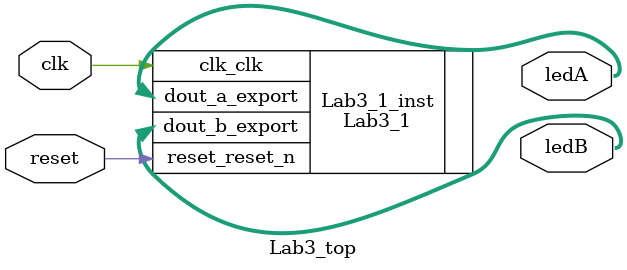
<source format=sv>
`timescale 1 ns / 1 ns
module Lab3_top (
	input bit clk,
	input bit reset,
	output bit [7:0] ledA,
	output bit [31:0] ledB
);
Lab3_1 Lab3_1_inst (
	.clk_clk       (clk),   
	.reset_reset_n (reset), 
	.dout_a_export (ledA),  
	.dout_b_export (ledB)   
);
endmodule


</source>
